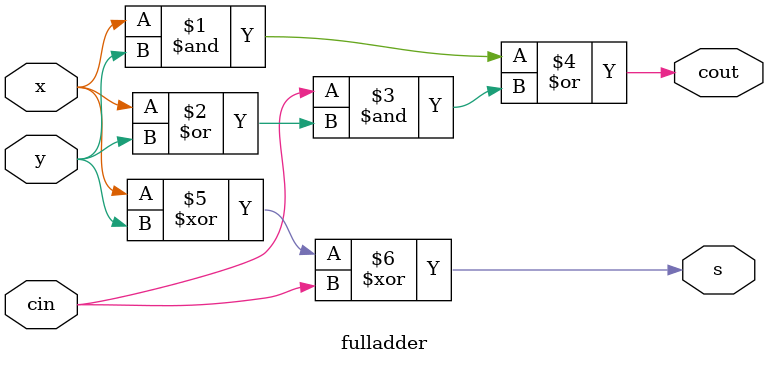
<source format=v>
`timescale 1ns / 1ps


module fulladder(
    input x,
    input y,
    input cin,
    output cout,
    output s
    );
    
    assign cout = ( x & y ) | cin & ( x | y);
    assign s = (x ^ y) ^ cin;
endmodule

</source>
